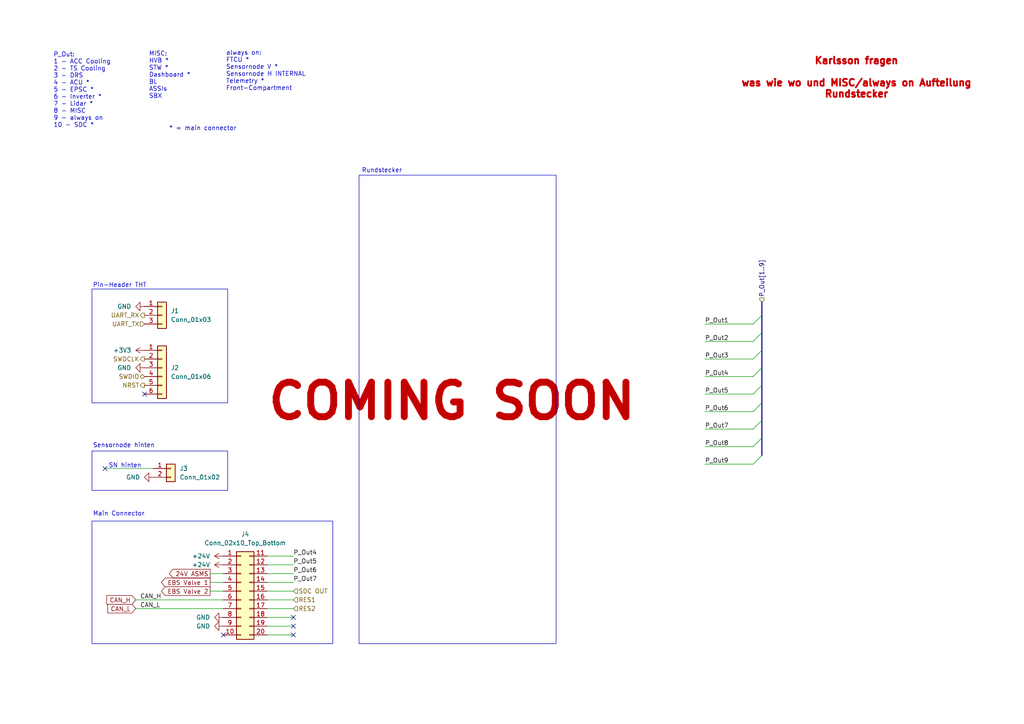
<source format=kicad_sch>
(kicad_sch (version 20231120) (generator "eeschema") (generator_version "8.0")
  (paper "A4")
  (title_block (title "PDU FT25") (date "2024-11-18") (rev "V1.0") (company "Janek Herm") (comment 1 "FaSTTUBe Electronics"))
  (lib_symbols
    (symbol "Connector_Generic:Conn_01x02" (pin_names (offset 1.016) hide)
      (property "Reference" "J" (at 0 2.54 0))
      (property "Value" "Conn_01x02" (at 0 -5.08 0))
      (symbol "Conn_01x02_1_1"
        (rectangle (start -1.27 -2.413) (end 0 -2.667) (stroke (width 0.1524)))
        (rectangle (start -1.27 0.127) (end 0 -0.127) (stroke (width 0.1524)))
        (rectangle (start -1.27 1.27) (end 1.27 -3.81) (stroke (width 0.254)) (fill (type background)))
        (pin passive line (at -5.08 0 0) (length 3.81) (name "Pin_1") (number "1"))
        (pin passive line (at -5.08 -2.54 0) (length 3.81) (name "Pin_2") (number "2"))
      )
    )
    (symbol "Connector_Generic:Conn_01x03" (pin_names (offset 1.016) hide)
      (property "Reference" "J" (at 0 5.08 0))
      (property "Value" "Conn_01x03" (at 0 -5.08 0))
      (symbol "Conn_01x03_1_1"
        (rectangle (start -1.27 -2.413) (end 0 -2.667) (stroke (width 0.1524)))
        (rectangle (start -1.27 0.127) (end 0 -0.127) (stroke (width 0.1524)))
        (rectangle (start -1.27 2.667) (end 0 2.413) (stroke (width 0.1524)))
        (rectangle (start -1.27 3.81) (end 1.27 -3.81) (stroke (width 0.254)) (fill (type background)))
        (pin passive line (at -5.08 2.54 0) (length 3.81) (name "Pin_1") (number "1"))
        (pin passive line (at -5.08 0 0) (length 3.81) (name "Pin_2") (number "2"))
        (pin passive line (at -5.08 -2.54 0) (length 3.81) (name "Pin_3") (number "3"))
      )
    )
    (symbol "Connector_Generic:Conn_01x06" (pin_names (offset 1.016) hide)
      (property "Reference" "J" (at 0 7.62 0))
      (property "Value" "Conn_01x06" (at 0 -10.16 0))
      (symbol "Conn_01x06_1_1"
        (rectangle (start -1.27 -7.493) (end 0 -7.747) (stroke (width 0.1524)))
        (rectangle (start -1.27 -4.953) (end 0 -5.207) (stroke (width 0.1524)))
        (rectangle (start -1.27 -2.413) (end 0 -2.667) (stroke (width 0.1524)))
        (rectangle (start -1.27 0.127) (end 0 -0.127) (stroke (width 0.1524)))
        (rectangle (start -1.27 2.667) (end 0 2.413) (stroke (width 0.1524)))
        (rectangle (start -1.27 5.207) (end 0 4.953) (stroke (width 0.1524)))
        (rectangle (start -1.27 6.35) (end 1.27 -8.89) (stroke (width 0.254)) (fill (type background)))
        (pin passive line (at -5.08 5.08 0) (length 3.81) (name "Pin_1") (number "1"))
        (pin passive line (at -5.08 2.54 0) (length 3.81) (name "Pin_2") (number "2"))
        (pin passive line (at -5.08 0 0) (length 3.81) (name "Pin_3") (number "3"))
        (pin passive line (at -5.08 -2.54 0) (length 3.81) (name "Pin_4") (number "4"))
        (pin passive line (at -5.08 -5.08 0) (length 3.81) (name "Pin_5") (number "5"))
        (pin passive line (at -5.08 -7.62 0) (length 3.81) (name "Pin_6") (number "6"))
      )
    )
    (symbol "Connector_Generic:Conn_02x10_Top_Bottom" (pin_names (offset 1.016) hide)
      (property "Reference" "J" (at 1.27 12.7 0))
      (property "Value" "Conn_02x10_Top_Bottom" (at 1.27 -15.24 0))
      (symbol "Conn_02x10_Top_Bottom_1_1"
        (rectangle (start -1.27 -12.573) (end 0 -12.827) (stroke (width 0.1524)))
        (rectangle (start -1.27 -10.033) (end 0 -10.287) (stroke (width 0.1524)))
        (rectangle (start -1.27 -7.493) (end 0 -7.747) (stroke (width 0.1524)))
        (rectangle (start -1.27 -4.953) (end 0 -5.207) (stroke (width 0.1524)))
        (rectangle (start -1.27 -2.413) (end 0 -2.667) (stroke (width 0.1524)))
        (rectangle (start -1.27 0.127) (end 0 -0.127) (stroke (width 0.1524)))
        (rectangle (start -1.27 2.667) (end 0 2.413) (stroke (width 0.1524)))
        (rectangle (start -1.27 5.207) (end 0 4.953) (stroke (width 0.1524)))
        (rectangle (start -1.27 7.747) (end 0 7.493) (stroke (width 0.1524)))
        (rectangle (start -1.27 10.287) (end 0 10.033) (stroke (width 0.1524)))
        (rectangle (start -1.27 11.43) (end 3.81 -13.97) (stroke (width 0.254)) (fill (type background)))
        (rectangle (start 3.81 -12.573) (end 2.54 -12.827) (stroke (width 0.1524)))
        (rectangle (start 3.81 -10.033) (end 2.54 -10.287) (stroke (width 0.1524)))
        (rectangle (start 3.81 -7.493) (end 2.54 -7.747) (stroke (width 0.1524)))
        (rectangle (start 3.81 -4.953) (end 2.54 -5.207) (stroke (width 0.1524)))
        (rectangle (start 3.81 -2.413) (end 2.54 -2.667) (stroke (width 0.1524)))
        (rectangle (start 3.81 0.127) (end 2.54 -0.127) (stroke (width 0.1524)))
        (rectangle (start 3.81 2.667) (end 2.54 2.413) (stroke (width 0.1524)))
        (rectangle (start 3.81 5.207) (end 2.54 4.953) (stroke (width 0.1524)))
        (rectangle (start 3.81 7.747) (end 2.54 7.493) (stroke (width 0.1524)))
        (rectangle (start 3.81 10.287) (end 2.54 10.033) (stroke (width 0.1524)))
        (pin passive line (at -5.08 10.16 0) (length 3.81) (name "Pin_1") (number "1"))
        (pin passive line (at -5.08 -12.7 0) (length 3.81) (name "Pin_10") (number "10"))
        (pin passive line (at 7.62 10.16 180) (length 3.81) (name "Pin_11") (number "11"))
        (pin passive line (at 7.62 7.62 180) (length 3.81) (name "Pin_12") (number "12"))
        (pin passive line (at 7.62 5.08 180) (length 3.81) (name "Pin_13") (number "13"))
        (pin passive line (at 7.62 2.54 180) (length 3.81) (name "Pin_14") (number "14"))
        (pin passive line (at 7.62 0 180) (length 3.81) (name "Pin_15") (number "15"))
        (pin passive line (at 7.62 -2.54 180) (length 3.81) (name "Pin_16") (number "16"))
        (pin passive line (at 7.62 -5.08 180) (length 3.81) (name "Pin_17") (number "17"))
        (pin passive line (at 7.62 -7.62 180) (length 3.81) (name "Pin_18") (number "18"))
        (pin passive line (at 7.62 -10.16 180) (length 3.81) (name "Pin_19") (number "19"))
        (pin passive line (at -5.08 7.62 0) (length 3.81) (name "Pin_2") (number "2"))
        (pin passive line (at 7.62 -12.7 180) (length 3.81) (name "Pin_20") (number "20"))
        (pin passive line (at -5.08 5.08 0) (length 3.81) (name "Pin_3") (number "3"))
        (pin passive line (at -5.08 2.54 0) (length 3.81) (name "Pin_4") (number "4"))
        (pin passive line (at -5.08 0 0) (length 3.81) (name "Pin_5") (number "5"))
        (pin passive line (at -5.08 -2.54 0) (length 3.81) (name "Pin_6") (number "6"))
        (pin passive line (at -5.08 -5.08 0) (length 3.81) (name "Pin_7") (number "7"))
        (pin passive line (at -5.08 -7.62 0) (length 3.81) (name "Pin_8") (number "8"))
        (pin passive line (at -5.08 -10.16 0) (length 3.81) (name "Pin_9") (number "9"))
      )
    )
    (symbol "power:+24V" (power) (pin_numbers hide) (pin_names (offset 0) hide)
      (property "Value" "+24V" (at 0 3.556 0))
      (symbol "+24V_0_1"
        (polyline (pts (xy -0.762 1.27) (xy 0 2.54)))
        (polyline (pts (xy 0 0) (xy 0 2.54)))
        (polyline (pts (xy 0 2.54) (xy 0.762 1.27)))
      )
      (symbol "+24V_1_1"
        (pin power_in line (at 0 0 90) (length 0) (name "~") (number "1"))
      )
    )
    (symbol "power:+3.3V" (power) (pin_numbers hide) (pin_names (offset 0) hide)
      (property "Value" "+3.3V" (at 0 3.556 0))
      (symbol "+3.3V_0_1"
        (polyline (pts (xy -0.762 1.27) (xy 0 2.54)))
        (polyline (pts (xy 0 0) (xy 0 2.54)))
        (polyline (pts (xy 0 2.54) (xy 0.762 1.27)))
      )
      (symbol "+3.3V_1_1"
        (pin power_in line (at 0 0 90) (length 0) (name "~") (number "1"))
      )
    )
    (symbol "power:GND" (power) (pin_numbers hide) (pin_names (offset 0) hide)
      (property "Value" "GND" (at 0 -3.81 0))
      (symbol "GND_0_1"
        (polyline (pts (xy 0 0) (xy 0 -1.27) (xy 1.27 -1.27) (xy 0 -2.54) (xy -1.27 -1.27) (xy 0 -1.27)))
      )
      (symbol "GND_1_1"
        (pin power_in line (at 0 0 270) (length 0) (name "~") (number "1"))
      )
    )
  )
  (no_connect (at 85.09 181.61))
  (no_connect (at 30.48 135.89))
  (no_connect (at 41.91 114.3))
  (no_connect (at 64.77 184.15))
  (no_connect (at 85.09 184.15))
  (no_connect (at 85.09 179.07))
  (bus_entry (at 218.44 109.22) (size 2.54 -2.54))
  (bus_entry (at 218.44 99.06) (size 2.54 -2.54))
  (bus_entry (at 218.44 129.54) (size 2.54 -2.54))
  (bus_entry (at 218.44 134.62) (size 2.54 -2.54))
  (bus_entry (at 218.44 119.38) (size 2.54 -2.54))
  (bus_entry (at 218.44 93.98) (size 2.54 -2.54))
  (bus_entry (at 218.44 114.3) (size 2.54 -2.54))
  (bus_entry (at 218.44 104.14) (size 2.54 -2.54))
  (bus_entry (at 218.44 124.46) (size 2.54 -2.54))
  (bus (pts (xy 220.98 121.92) (xy 220.98 127)))
  (wire (pts (xy 77.47 184.15) (xy 85.09 184.15)))
  (bus (pts (xy 220.98 127) (xy 220.98 132.08)))
  (wire (pts (xy 204.47 134.62) (xy 218.44 134.62)))
  (wire (pts (xy 39.37 176.53) (xy 64.77 176.53)))
  (wire (pts (xy 77.47 166.37) (xy 85.09 166.37)))
  (wire (pts (xy 204.47 129.54) (xy 218.44 129.54)))
  (bus (pts (xy 220.98 116.84) (xy 220.98 121.92)))
  (wire (pts (xy 204.47 119.38) (xy 218.44 119.38)))
  (wire (pts (xy 204.47 114.3) (xy 218.44 114.3)))
  (bus (pts (xy 220.98 101.6) (xy 220.98 106.68)))
  (wire (pts (xy 204.47 99.06) (xy 218.44 99.06)))
  (wire (pts (xy 204.47 124.46) (xy 218.44 124.46)))
  (bus (pts (xy 220.98 111.76) (xy 220.98 116.84)))
  (wire (pts (xy 77.47 179.07) (xy 85.09 179.07)))
  (wire (pts (xy 204.47 109.22) (xy 218.44 109.22)))
  (wire (pts (xy 77.47 171.45) (xy 85.09 171.45)))
  (bus (pts (xy 220.98 87.63) (xy 220.98 91.44)))
  (wire (pts (xy 60.96 166.37) (xy 64.77 166.37)))
  (bus (pts (xy 220.98 91.44) (xy 220.98 96.52)))
  (wire (pts (xy 204.47 104.14) (xy 218.44 104.14)))
  (wire (pts (xy 77.47 168.91) (xy 85.09 168.91)))
  (bus (pts (xy 220.98 96.52) (xy 220.98 101.6)))
  (wire (pts (xy 77.47 163.83) (xy 85.09 163.83)))
  (wire (pts (xy 30.48 135.89) (xy 44.45 135.89)))
  (wire (pts (xy 39.37 173.99) (xy 64.77 173.99)))
  (wire (pts (xy 77.47 161.29) (xy 85.09 161.29)))
  (bus (pts (xy 220.98 106.68) (xy 220.98 111.76)))
  (wire (pts (xy 60.96 171.45) (xy 64.77 171.45)))
  (wire (pts (xy 60.96 168.91) (xy 64.77 168.91)))
  (wire (pts (xy 77.47 173.99) (xy 85.09 173.99)))
  (wire (pts (xy 77.47 176.53) (xy 85.09 176.53)))
  (wire (pts (xy 204.47 93.98) (xy 218.44 93.98)))
  (wire (pts (xy 77.47 181.61) (xy 85.09 181.61)))
  (rectangle (start 26.67 83.82) (end 66.04 116.84))
  (rectangle (start 104.14 50.8) (end 161.29 186.69))
  (rectangle (start 26.67 151.13) (end 96.52 186.69))
  (rectangle (start 26.67 130.81) (end 66.04 142.24))
  (text "* = main connector" (at 49.022 37.338 0) (effects (font (size 1.27 1.27)) (justify left)))
  (text "Pin-Header THT" (at 26.924 82.804 0) (effects (font (size 1.27 1.27)) (justify left)))
  (text "Sensornode hinten" (at 26.924 129.286 0) (effects (font (size 1.27 1.27)) (justify left)))
  (text "Rundstecker" (at 104.902 49.53 0) (effects (font (size 1.27 1.27)) (justify left)))
  (text "Karlsson fragen\n\nwas wie wo und MISC/always on Aufteilung\nRundstecker" (at 248.412 22.606 0) (effects (font (size 2 2) (thickness 0.7) (bold yes))))
  (text "SN hinten" (at 31.496 135.128 0) (effects (font (size 1.27 1.27)) (justify left)))
  (text "Main Connector" (at 26.924 149.098 0) (effects (font (size 1.27 1.27)) (justify left)))
  (text "MISC:\nHVB *\nSTW *\nDashboard *\nBL\nASSIs\nSBX" (at 43.18 21.844 0) (effects (font (size 1.27 1.27)) (justify left)))
  (text "P_Out:\n1 - ACC Cooling \n2 - TS Cooling\n3 - DRS\n4 - ACU *\n5 - EPSC *\n6 - Inverter *\n7 - Lidar *\n8 - MISC\n9 - always on\n10 - SDC *" (at 15.494 26.162 0) (effects (font (size 1.27 1.27)) (justify left)))
  (text "COMING SOON" (at 131.064 116.586 0) (effects (font (size 10 10) (thickness 2) (bold yes))))
  (text "always on:\nFTCU *\nSensornode V *\nSensornode H INTERNAL\nTelemetry * \nFront-Compartment" (at 65.532 20.574 0) (effects (font (size 1.27 1.27)) (justify left)))
  (label "P_Out7" (at 85.09 168.91 0))
  (label "P_Out3" (at 204.47 104.14 0))
  (label "P_Out1" (at 204.47 93.98 0))
  (label "P_Out8" (at 204.47 129.54 0))
  (label "P_Out9" (at 204.47 134.62 0))
  (label "CAN_L" (at 40.64 176.53 0))
  (label "P_Out5" (at 204.47 114.3 0))
  (label "P_Out2" (at 204.47 99.06 0))
  (label "P_Out6" (at 85.09 166.37 0))
  (label "P_Out4" (at 85.09 161.29 0))
  (label "P_Out5" (at 85.09 163.83 0))
  (label "P_Out7" (at 204.47 124.46 0))
  (label "CAN_H" (at 40.64 173.99 0))
  (label "P_Out4" (at 204.47 109.22 0))
  (label "P_Out6" (at 204.47 119.38 0))
  (global_label "24V ASMS" (shape output) (at 60.96 166.37 180) (property "Intersheetrefs" "${INTERSHEET_REFS}" (effects (hide yes))))
  (global_label "CAN_L" (shape input) (at 39.37 176.53 180) (property "Intersheetrefs" "${INTERSHEET_REFS}" (effects (hide yes))))
  (global_label "CAN_H" (shape input) (at 39.37 173.99 180) (property "Intersheetrefs" "${INTERSHEET_REFS}" (effects (hide yes))))
  (global_label "EBS Valve 2" (shape output) (at 60.96 171.45 180) (property "Intersheetrefs" "${INTERSHEET_REFS}" (effects (hide yes))))
  (global_label "EBS Valve 1" (shape output) (at 60.96 168.91 180) (property "Intersheetrefs" "${INTERSHEET_REFS}" (effects (hide yes))))
  (hierarchical_label "P_Out[1..9]" (shape input) (at 220.98 87.63 90) (effects (font (thickness 0.1588))))
  (hierarchical_label "RES2" (shape input) (at 85.09 176.53 0))
  (hierarchical_label "SWDIO" (shape bidirectional) (at 41.91 109.22 180) (effects (font (thickness 0.1588))))
  (hierarchical_label "RES1" (shape input) (at 85.09 173.99 0))
  (hierarchical_label "UART_TX" (shape input) (at 41.91 93.98 180))
  (hierarchical_label "SDC OUT" (shape input) (at 85.09 171.45 0))
  (hierarchical_label "NRST" (shape output) (at 41.91 111.76 180) (effects (font (thickness 0.1588))))
  (hierarchical_label "SWDCLK" (shape output) (at 41.91 104.14 180))
  (hierarchical_label "UART_RX" (shape output) (at 41.91 91.44 180))
  (symbol (lib_id "power:GND") (at 64.77 179.07 270) (unit 1)
    (property "Reference" "#PWR034" (effects (hide yes)))
    (property "Value" "GND" (at 60.96 179.0699 90) (effects (justify right)))
    (property "Description" "Power symbol creates a global label with name \"GND\" , ground" (effects (hide yes)))
  )
  (symbol (lib_id "Connector_Generic:Conn_02x10_Top_Bottom") (at 69.85 171.45 0) (unit 1)
    (property "Reference" "J4" (at 71.12 154.94 0))
    (property "Value" "Conn_02x10_Top_Bottom" (at 71.12 157.48 0))
    (property "Footprint" "Connector_PinHeader_2.54mm:PinHeader_2x10_P2.54mm_Vertical" (effects (hide yes)))
    (property "Description" "Generic connector, double row, 02x10, top/bottom pin numbering scheme (row 1: 1...pins_per_row, row2: pins_per_row+1 ... num_pins), script generated (kicad-library-utils/schlib/autogen/connector/)" (effects (hide yes)))
  )
  (symbol (lib_id "power:+24V") (at 64.77 161.29 90) (unit 1)
    (property "Reference" "#PWR032" (effects (hide yes)))
    (property "Value" "+24V" (at 60.96 161.2899 90) (effects (justify left)))
    (property "Description" "Power symbol creates a global label with name \"+24V\"" (effects (hide yes)))
  )
  (symbol (lib_id "power:+3.3V") (at 41.91 101.6 90) (unit 1)
    (property "Reference" "#PWR029" (effects (hide yes)))
    (property "Value" "+3V3" (at 38.1 101.5999 90) (effects (justify left)))
    (property "Description" "Power symbol creates a global label with name \"+3.3V\"" (effects (hide yes)))
  )
  (symbol (lib_id "power:GND") (at 41.91 88.9 270) (unit 1)
    (property "Reference" "#PWR028" (effects (hide yes)))
    (property "Value" "GND" (at 38.1 88.8999 90) (effects (justify right)))
    (property "Description" "Power symbol creates a global label with name \"GND\" , ground" (effects (hide yes)))
  )
  (symbol (lib_id "power:GND") (at 64.77 181.61 270) (unit 1)
    (property "Reference" "#PWR035" (effects (hide yes)))
    (property "Value" "GND" (at 60.96 181.6099 90) (effects (justify right)))
    (property "Description" "Power symbol creates a global label with name \"GND\" , ground" (effects (hide yes)))
  )
  (symbol (lib_id "Connector_Generic:Conn_01x06") (at 46.99 106.68 0) (unit 1)
    (property "Reference" "J2" (at 49.53 106.6799 0) (effects (justify left)))
    (property "Value" "Conn_01x06" (at 49.53 109.2199 0) (effects (justify left)))
    (property "Footprint" "Connector_PinHeader_2.54mm:PinHeader_1x06_P2.54mm_Vertical" (effects (hide yes)))
    (property "Description" "Generic connector, single row, 01x06, script generated (kicad-library-utils/schlib/autogen/connector/)" (effects (hide yes)))
  )
  (symbol (lib_id "power:GND") (at 44.45 138.43 270) (unit 1)
    (property "Reference" "#PWR031" (effects (hide yes)))
    (property "Value" "GND" (at 40.64 138.4299 90) (effects (justify right)))
    (property "Description" "Power symbol creates a global label with name \"GND\" , ground" (effects (hide yes)))
  )
  (symbol (lib_id "Connector_Generic:Conn_01x02") (at 49.53 135.89 0) (unit 1)
    (property "Reference" "J3" (at 52.07 135.8899 0) (effects (justify left)))
    (property "Value" "Conn_01x02" (at 52.07 138.4299 0) (effects (justify left)))
    (property "Description" "Generic connector, single row, 01x02, script generated (kicad-library-utils/schlib/autogen/connector/)" (effects (hide yes)))
  )
  (symbol (lib_id "Connector_Generic:Conn_01x03") (at 46.99 91.44 0) (unit 1)
    (property "Reference" "J1" (at 49.53 90.1699 0) (effects (justify left)))
    (property "Value" "Conn_01x03" (at 49.53 92.7099 0) (effects (justify left)))
    (property "Footprint" "Connector_PinHeader_2.54mm:PinHeader_1x03_P2.54mm_Vertical" (effects (hide yes)))
    (property "Description" "Generic connector, single row, 01x03, script generated (kicad-library-utils/schlib/autogen/connector/)" (effects (hide yes)))
  )
  (symbol (lib_id "power:+24V") (at 64.77 163.83 90) (unit 1)
    (property "Reference" "#PWR033" (effects (hide yes)))
    (property "Value" "+24V" (at 60.96 163.8299 90) (effects (justify left)))
    (property "Description" "Power symbol creates a global label with name \"+24V\"" (effects (hide yes)))
  )
  (symbol (lib_id "power:GND") (at 41.91 106.68 270) (unit 1)
    (property "Reference" "#PWR030" (effects (hide yes)))
    (property "Value" "GND" (at 38.1 106.6799 90) (effects (justify right)))
    (property "Description" "Power symbol creates a global label with name \"GND\" , ground" (effects (hide yes)))
  )
)
</source>
